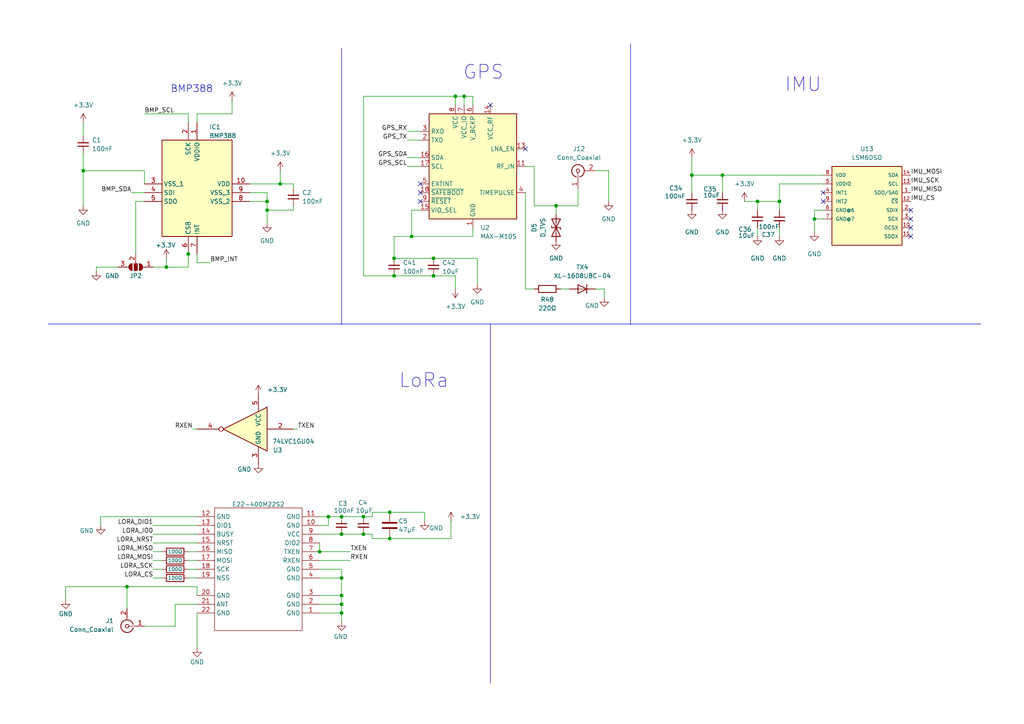
<source format=kicad_sch>
(kicad_sch (version 20250114) (generator "eeschema") (generator_version "9.0")
  (paper "A4")
  (lib_symbols
    (symbol "74xGxx:74LVC1GU04"
      (property "Reference" "U" (at -2.54 3.81 0))
      (property "Value" "74LVC1GU04" (at 0 -3.81 0))
      (symbol "74LVC1GU04_0_1"
        (polyline (pts (xy -7.62 6.35) (xy -7.62 -6.35) (xy 5.08 0) (xy -7.62 6.35)) (stroke (width 0.254)) (fill (type background)))
      )
      (symbol "74LVC1GU04_1_1"
        (pin input line (at -15.24 0 0) (length 7.62) (name "~") (number "2"))
        (pin no_connect line (at -7.62 2.54 0) (length 2.54) (hide yes) (name "NC") (number "1"))
        (pin power_in line (at -5.08 10.16 270) (length 5.08) (name "VCC") (number "5"))
        (pin power_in line (at -5.08 -10.16 90) (length 5.08) (name "GND") (number "3"))
        (pin output inverted (at 12.7 0 180) (length 7.62) (name "~") (number "4"))
      )
    )
    (symbol "BMP388:BMP388"
      (property "Reference" "IC" (at 26.67 17.78 0))
      (property "Value" "BMP388" (at 26.67 15.24 0))
      (symbol "BMP388_1_1"
        (rectangle (start 5.08 12.7) (end 25.4 -15.24) (stroke (width 0.254)) (fill (type background)))
        (pin passive line (at 0 0 0) (length 5.08) (name "VSS_1") (number "3"))
        (pin passive line (at 0 -2.54 0) (length 5.08) (name "SDI") (number "4"))
        (pin passive line (at 0 -5.08 0) (length 5.08) (name "SDO") (number "5"))
        (pin passive line (at 12.7 17.78 270) (length 5.08) (name "SCK") (number "2"))
        (pin passive line (at 12.7 -20.32 90) (length 5.08) (name "CSB") (number "6"))
        (pin passive line (at 15.24 17.78 270) (length 5.08) (name "VDDIO") (number "1"))
        (pin passive line (at 15.24 -20.32 90) (length 5.08) (name "INT") (number "7"))
        (pin passive line (at 30.48 0 180) (length 5.08) (name "VDD") (number "10"))
        (pin passive line (at 30.48 -2.54 180) (length 5.08) (name "VSS_3") (number "9"))
        (pin passive line (at 30.48 -5.08 180) (length 5.08) (name "VSS_2") (number "8"))
      )
    )
    (symbol "Connector:Conn_Coaxial" (pin_names (offset 1.016) (hide yes))
      (property "Reference" "J" (at 0.254 3.048 0))
      (property "Value" "Conn_Coaxial" (at 2.921 0 90))
      (symbol "Conn_Coaxial_0_1"
        (polyline (pts (xy -2.54 0) (xy -0.508 0)))
        (arc (start 1.778 0) (mid 0.222 -1.8079) (end -1.778 -0.508) (stroke (width 0.254)))
        (arc (start -1.778 0.508) (mid 0.2221 1.8084) (end 1.778 0) (stroke (width 0.254)))
        (circle (center 0 0) (radius 0.508) (stroke (width 0.2032)))
        (polyline (pts (xy 0 -2.54) (xy 0 -1.778)))
      )
      (symbol "Conn_Coaxial_1_1"
        (pin passive line (at -5.08 0 0) (length 2.54) (name "In") (number "1"))
        (pin passive line (at 0 -5.08 90) (length 2.54) (name "Ext") (number "2"))
      )
    )
    (symbol "Device:C" (pin_numbers (hide yes)) (pin_names (offset 0.254))
      (property "Reference" "C" (at 0.635 2.54 0))
      (property "Value" "C" (at 0.635 -2.54 0))
      (symbol "C_0_1"
        (polyline (pts (xy -2.032 0.762) (xy 2.032 0.762)) (stroke (width 0.508)))
        (polyline (pts (xy -2.032 -0.762) (xy 2.032 -0.762)) (stroke (width 0.508)))
      )
      (symbol "C_1_1"
        (pin passive line (at 0 3.81 270) (length 2.794) (name "~") (number "1"))
        (pin passive line (at 0 -3.81 90) (length 2.794) (name "~") (number "2"))
      )
    )
    (symbol "Device:C_Small" (pin_numbers (hide yes)) (pin_names (offset 0.254) (hide yes))
      (property "Reference" "C" (at 0.254 1.778 0))
      (property "Value" "C_Small" (at 0.254 -2.032 0))
      (symbol "C_Small_0_1"
        (polyline (pts (xy -1.524 0.508) (xy 1.524 0.508)) (stroke (width 0.3048)))
        (polyline (pts (xy -1.524 -0.508) (xy 1.524 -0.508)) (stroke (width 0.3302)))
      )
      (symbol "C_Small_1_1"
        (pin passive line (at 0 2.54 270) (length 2.032) (name "~") (number "1"))
        (pin passive line (at 0 -2.54 90) (length 2.032) (name "~") (number "2"))
      )
    )
    (symbol "Device:D_TVS" (pin_numbers (hide yes)) (pin_names (offset 1.016) (hide yes))
      (property "Reference" "D" (at 0 2.54 0))
      (property "Value" "D_TVS" (at 0 -2.54 0))
      (symbol "D_TVS_0_1"
        (polyline (pts (xy -2.54 1.27) (xy -2.54 -1.27) (xy 2.54 1.27) (xy 2.54 -1.27) (xy -2.54 1.27)) (stroke (width 0.254)))
        (polyline (pts (xy 0.508 1.27) (xy 0 1.27) (xy 0 -1.27) (xy -0.508 -1.27)) (stroke (width 0.254)))
        (polyline (pts (xy 1.27 0) (xy -1.27 0)))
      )
      (symbol "D_TVS_1_1"
        (pin passive line (at -3.81 0 0) (length 2.54) (name "A1") (number "1"))
        (pin passive line (at 3.81 0 180) (length 2.54) (name "A2") (number "2"))
      )
    )
    (symbol "Device:R" (pin_numbers (hide yes)) (pin_names (offset 0))
      (property "Reference" "R" (at 2.032 0 90))
      (property "Value" "R" (at 0 0 90))
      (symbol "R_0_1"
        (rectangle (start -1.016 -2.54) (end 1.016 2.54) (stroke (width 0.254)))
      )
      (symbol "R_1_1"
        (pin passive line (at 0 3.81 270) (length 1.27) (name "~") (number "1"))
        (pin passive line (at 0 -3.81 90) (length 1.27) (name "~") (number "2"))
      )
    )
    (symbol "Diode:1SS355VM" (pin_numbers (hide yes)) (pin_names (hide yes))
      (property "Reference" "D" (at 0 2.54 0))
      (property "Value" "1SS355VM" (at 0 -2.54 0))
      (symbol "1SS355VM_0_1"
        (polyline (pts (xy -1.27 1.27) (xy -1.27 -1.27)) (stroke (width 0.254)))
        (polyline (pts (xy 1.27 1.27) (xy 1.27 -1.27) (xy -1.27 0) (xy 1.27 1.27)) (stroke (width 0.254)))
        (polyline (pts (xy 1.27 0) (xy -1.27 0)))
      )
      (symbol "1SS355VM_1_1"
        (pin passive line (at -3.81 0 0) (length 2.54) (name "K") (number "1"))
        (pin passive line (at 3.81 0 180) (length 2.54) (name "A") (number "2"))
      )
    )
    (symbol "Jumper:SolderJumper_3_Open" (pin_names (offset 0) (hide yes)) (in_bom no)
      (property "Reference" "JP" (at -2.54 -2.54 0))
      (property "Value" "SolderJumper_3_Open" (at 0 2.794 0))
      (symbol "SolderJumper_3_Open_0_1"
        (polyline (pts (xy -2.54 0) (xy -2.032 0)))
        (polyline (pts (xy -1.016 1.016) (xy -1.016 -1.016)))
        (arc (start -1.016 -1.016) (mid -2.0276 0) (end -1.016 1.016))
        (arc (start -1.016 -1.016) (mid -2.0276 0) (end -1.016 1.016) (fill (type outline)))
        (rectangle (start -0.508 1.016) (end 0.508 -1.016) (fill (type outline)))
        (polyline (pts (xy 0 -1.27) (xy 0 -1.016)))
        (arc (start 1.016 1.016) (mid 2.0276 0) (end 1.016 -1.016))
        (arc (start 1.016 1.016) (mid 2.0276 0) (end 1.016 -1.016) (fill (type outline)))
        (polyline (pts (xy 1.016 1.016) (xy 1.016 -1.016)))
        (polyline (pts (xy 2.54 0) (xy 2.032 0)))
      )
      (symbol "SolderJumper_3_Open_1_1"
        (pin passive line (at -5.08 0 0) (length 2.54) (name "A") (number "1"))
        (pin passive line (at 0 -3.81 90) (length 2.54) (name "C") (number "2"))
        (pin passive line (at 5.08 0 180) (length 2.54) (name "B") (number "3"))
      )
    )
    (symbol "LSM6DSO:LSM6DSO" (pin_names (offset 1.016))
      (property "Reference" "U" (at -10.16 13.208 0))
      (symbol "LSM6DSO_0_0"
        (rectangle (start -10.16 -10.16) (end 10.16 12.7) (stroke (width 0.254)) (fill (type background)))
        (pin bidirectional line (at -12.7 10.16 0) (length 2.54) (name "VDD") (number "8"))
        (pin bidirectional line (at -12.7 7.62 0) (length 2.54) (name "VDDIO") (number "5"))
        (pin bidirectional line (at -12.7 5.08 0) (length 2.54) (name "INT1") (number "4"))
        (pin bidirectional line (at -12.7 2.54 0) (length 2.54) (name "INT2") (number "9"))
        (pin bidirectional line (at -12.7 0 0) (length 2.54) (name "GND@6") (number "6"))
        (pin bidirectional line (at -12.7 -2.54 0) (length 2.54) (name "GND@7") (number "7"))
        (pin bidirectional line (at 12.7 10.16 180) (length 2.54) (name "SDA") (number "14"))
        (pin bidirectional line (at 12.7 7.62 180) (length 2.54) (name "SCL") (number "13"))
        (pin bidirectional line (at 12.7 5.08 180) (length 2.54) (name "SDO/SA0") (number "1"))
        (pin bidirectional line (at 12.7 2.54 180) (length 2.54) (name "~{CS}") (number "12"))
        (pin bidirectional line (at 12.7 0 180) (length 2.54) (name "SDIX") (number "2"))
        (pin bidirectional line (at 12.7 -2.54 180) (length 2.54) (name "SCX") (number "3"))
        (pin bidirectional line (at 12.7 -5.08 180) (length 2.54) (name "OCSX") (number "10"))
        (pin bidirectional line (at 12.7 -7.62 180) (length 2.54) (name "SDOX") (number "11"))
      )
    )
    (symbol "My:E22-400M22S"
      (property "Reference" "U" (at 0 0 0))
      (symbol "E22-400M22S_0_1"
        (rectangle (start -12.7 17.78) (end 12.7 -17.78))
      )
      (symbol "E22-400M22S_1_1"
        (pin unspecified line (at -17.78 15.24 0) (length 5.08) (name "GND") (number "12"))
        (pin unspecified line (at -17.78 12.7 0) (length 5.08) (name "DIO1") (number "13"))
        (pin unspecified line (at -17.78 10.16 0) (length 5.08) (name "BUSY") (number "14"))
        (pin unspecified line (at -17.78 7.62 0) (length 5.08) (name "NRST") (number "15"))
        (pin unspecified line (at -17.78 5.08 0) (length 5.08) (name "MISO") (number "16"))
        (pin unspecified line (at -17.78 2.54 0) (length 5.08) (name "MOSI") (number "17"))
        (pin unspecified line (at -17.78 0 0) (length 5.08) (name "SCK") (number "18"))
        (pin unspecified line (at -17.78 -2.54 0) (length 5.08) (name "NSS") (number "19"))
        (pin unspecified line (at -17.78 -7.62 0) (length 5.08) (name "GND") (number "20"))
        (pin unspecified line (at -17.78 -10.16 0) (length 5.08) (name "ANT") (number "21"))
        (pin unspecified line (at -17.78 -12.7 0) (length 5.08) (name "GND") (number "22"))
        (pin unspecified line (at 17.78 15.24 180) (length 5.08) (name "GND") (number "11"))
        (pin unspecified line (at 17.78 12.7 180) (length 5.08) (name "GND") (number "10"))
        (pin unspecified line (at 17.78 10.16 180) (length 5.08) (name "VCC") (number "9"))
        (pin unspecified line (at 17.78 7.62 180) (length 5.08) (name "DIO2") (number "8"))
        (pin unspecified line (at 17.78 5.08 180) (length 5.08) (name "TXEN") (number "7"))
        (pin unspecified line (at 17.78 2.54 180) (length 5.08) (name "RXEN") (number "6"))
        (pin unspecified line (at 17.78 0 180) (length 5.08) (name "GND") (number "5"))
        (pin unspecified line (at 17.78 -2.54 180) (length 5.08) (name "GND") (number "4"))
        (pin unspecified line (at 17.78 -7.62 180) (length 5.08) (name "GND") (number "3"))
        (pin unspecified line (at 17.78 -10.16 180) (length 5.08) (name "GND") (number "2"))
        (pin unspecified line (at 17.78 -12.7 180) (length 5.08) (name "GND") (number "1"))
      )
    )
    (symbol "RF_GPS:MAX-M10S"
      (property "Reference" "U" (at -10.16 16.51 0))
      (property "Value" "MAX-M10S" (at 11.43 16.51 0))
      (symbol "MAX-M10S_0_1"
        (rectangle (start 12.7 15.24) (end -12.7 -15.24) (stroke (width 0.254)) (fill (type background)))
      )
      (symbol "MAX-M10S_1_1"
        (pin input line (at -15.24 10.16 0) (length 2.54) (name "RXD") (number "3"))
        (pin output line (at -15.24 7.62 0) (length 2.54) (name "TXD") (number "2"))
        (pin bidirectional line (at -15.24 2.54 0) (length 2.54) (name "SDA") (number "16"))
        (pin input line (at -15.24 0 0) (length 2.54) (name "SCL") (number "17"))
        (pin input line (at -15.24 -5.08 0) (length 2.54) (name "EXTINT") (number "5"))
        (pin input line (at -15.24 -7.62 0) (length 2.54) (name "~{SAFEBOOT}") (number "18"))
        (pin input line (at -15.24 -10.16 0) (length 2.54) (name "~{RESET}") (number "9"))
        (pin input line (at -15.24 -12.7 0) (length 2.54) (name "VIO_SEL") (number "15"))
        (pin power_in line (at -5.08 17.78 270) (length 2.54) (name "VCC") (number "8"))
        (pin power_in line (at -2.54 17.78 270) (length 2.54) (name "VCC_IO") (number "7"))
        (pin power_in line (at 0 17.78 270) (length 2.54) (name "V_BCKP") (number "6"))
        (pin power_in line (at 0 -17.78 90) (length 2.54) (name "GND") (number "1"))
        (pin passive line (at 0 -17.78 90) (length 2.54) (hide yes) (name "GND") (number "10"))
        (pin passive line (at 0 -17.78 90) (length 2.54) (hide yes) (name "GND") (number "12"))
        (pin power_out line (at 5.08 17.78 270) (length 2.54) (name "VCC_RF") (number "14"))
        (pin output line (at 15.24 5.08 180) (length 2.54) (name "LNA_EN") (number "13"))
        (pin input line (at 15.24 0 180) (length 2.54) (name "RF_IN") (number "11"))
        (pin output line (at 15.24 -7.62 180) (length 2.54) (name "TIMEPULSE") (number "4"))
      )
    )
    (symbol "power:+3.3V" (power) (pin_numbers (hide yes)) (pin_names (offset 0) (hide yes))
      (property "Value" "+3.3V" (at 0 3.556 0))
      (symbol "+3.3V_0_1"
        (polyline (pts (xy -0.762 1.27) (xy 0 2.54)))
        (polyline (pts (xy 0 2.54) (xy 0.762 1.27)))
        (polyline (pts (xy 0 0) (xy 0 2.54)))
      )
      (symbol "+3.3V_1_1"
        (pin power_in line (at 0 0 90) (length 0) (name "~") (number "1"))
      )
    )
    (symbol "power:GND" (power) (pin_numbers (hide yes)) (pin_names (offset 0) (hide yes))
      (property "Value" "GND" (at 0 -3.81 0))
      (symbol "GND_0_1"
        (polyline (pts (xy 0 0) (xy 0 -1.27) (xy 1.27 -1.27) (xy 0 -2.54) (xy -1.27 -1.27) (xy 0 -1.27)))
      )
      (symbol "GND_1_1"
        (pin power_in line (at 0 0 270) (length 0) (name "~") (number "1"))
      )
    )
  )
  (text "BMP388" (at 55.626 25.908 0) (effects (font (size 2.032 2.032))))
  (text "GPS" (at 140.208 21.082 0) (effects (font (size 4 4))))
  (text "IMU" (at 232.918 24.638 0) (effects (font (size 4 4))))
  (text "LoRa" (at 122.936 110.49 0) (effects (font (size 4 4))))
  (junction (at 226.06 58.42))
  (junction (at 99.06 175.26))
  (junction (at 113.03 148.59))
  (junction (at 48.26 77.47))
  (junction (at 132.08 27.94))
  (junction (at 119.38 68.58))
  (junction (at 114.3 74.93))
  (junction (at 77.47 60.96))
  (junction (at 105.41 149.86))
  (junction (at 125.73 80.01))
  (junction (at 99.06 172.72))
  (junction (at 134.62 27.94))
  (junction (at 92.71 160.02))
  (junction (at 209.55 50.8))
  (junction (at 105.41 154.94))
  (junction (at 99.06 177.8))
  (junction (at 125.73 74.93))
  (junction (at 54.61 73.66))
  (junction (at 99.06 149.86))
  (junction (at 36.83 170.18))
  (junction (at 81.28 53.34))
  (junction (at 24.13 49.53))
  (junction (at 161.29 59.69))
  (junction (at 95.25 149.86))
  (junction (at 77.47 58.42))
  (junction (at 219.71 58.42))
  (junction (at 99.06 154.94))
  (junction (at 113.03 156.21))
  (junction (at 200.66 50.8))
  (junction (at 99.06 167.64))
  (junction (at 114.3 80.01))
  (junction (at 236.22 63.5))
  (no_connect (at 264.16 63.5))
  (no_connect (at 121.92 53.34))
  (no_connect (at 152.4 43.18))
  (no_connect (at 264.16 60.96))
  (no_connect (at 264.16 66.04))
  (no_connect (at 121.92 58.42))
  (no_connect (at 142.24 30.48))
  (no_connect (at 121.92 55.88))
  (no_connect (at 238.76 55.88))
  (no_connect (at 264.16 68.58))
  (no_connect (at 238.76 58.42))
  (wire (pts (xy 39.37 73.66) (xy 39.37 58.42)))
  (wire (pts (xy 41.91 181.61) (xy 50.8 181.61)))
  (wire (pts (xy 107.95 148.59) (xy 113.03 148.59)))
  (wire (pts (xy 236.22 63.5) (xy 236.22 67.31)))
  (wire (pts (xy 92.71 160.02) (xy 101.6 160.02)))
  (wire (pts (xy 85.09 53.34) (xy 81.28 53.34)))
  (wire (pts (xy 152.4 83.82) (xy 154.94 83.82)))
  (wire (pts (xy 175.26 83.82) (xy 172.72 83.82)))
  (wire (pts (xy 130.81 156.21) (xy 113.03 156.21)))
  (wire (pts (xy 134.62 27.94) (xy 137.16 27.94)))
  (wire (pts (xy 238.76 60.96) (xy 236.22 60.96)))
  (polyline (pts (xy 99.06 93.98) (xy 99.06 13.97)))
  (wire (pts (xy 154.94 48.26) (xy 154.94 59.69)))
  (wire (pts (xy 99.06 167.64) (xy 99.06 172.72)))
  (wire (pts (xy 41.91 33.02) (xy 54.61 33.02)))
  (wire (pts (xy 99.06 149.86) (xy 105.41 149.86)))
  (wire (pts (xy 114.3 74.93) (xy 114.3 68.58)))
  (wire (pts (xy 219.71 58.42) (xy 215.9 58.42)))
  (wire (pts (xy 105.41 149.86) (xy 107.95 149.86)))
  (wire (pts (xy 54.61 33.02) (xy 54.61 35.56)))
  (wire (pts (xy 34.29 77.47) (xy 27.94 77.47)))
  (wire (pts (xy 50.8 175.26) (xy 57.15 175.26)))
  (wire (pts (xy 92.71 149.86) (xy 95.25 149.86)))
  (wire (pts (xy 209.55 50.8) (xy 238.76 50.8)))
  (wire (pts (xy 57.15 73.66) (xy 57.15 76.2)))
  (wire (pts (xy 36.83 170.18) (xy 36.83 176.53)))
  (polyline (pts (xy 142.24 198.12) (xy 142.24 93.98)))
  (wire (pts (xy 167.64 54.61) (xy 167.64 59.69)))
  (wire (pts (xy 99.06 172.72) (xy 99.06 175.26)))
  (wire (pts (xy 57.15 33.02) (xy 67.31 33.02)))
  (wire (pts (xy 24.13 44.45) (xy 24.13 49.53)))
  (wire (pts (xy 121.92 60.96) (xy 119.38 60.96)))
  (wire (pts (xy 152.4 55.88) (xy 152.4 83.82)))
  (wire (pts (xy 24.13 59.69) (xy 24.13 49.53)))
  (wire (pts (xy 19.05 170.18) (xy 19.05 173.99)))
  (wire (pts (xy 39.37 58.42) (xy 41.91 58.42)))
  (wire (pts (xy 24.13 49.53) (xy 41.91 49.53)))
  (wire (pts (xy 67.31 33.02) (xy 67.31 29.21)))
  (wire (pts (xy 54.61 162.56) (xy 57.15 162.56)))
  (wire (pts (xy 125.73 74.93) (xy 138.43 74.93)))
  (wire (pts (xy 57.15 35.56) (xy 57.15 33.02)))
  (wire (pts (xy 54.61 160.02) (xy 57.15 160.02)))
  (wire (pts (xy 134.62 27.94) (xy 134.62 30.48)))
  (wire (pts (xy 99.06 154.94) (xy 105.41 154.94)))
  (wire (pts (xy 132.08 27.94) (xy 132.08 30.48)))
  (wire (pts (xy 118.11 48.26) (xy 121.92 48.26)))
  (wire (pts (xy 44.45 162.56) (xy 46.99 162.56)))
  (wire (pts (xy 44.45 165.1) (xy 46.99 165.1)))
  (wire (pts (xy 107.95 154.94) (xy 107.95 156.21)))
  (wire (pts (xy 219.71 66.04) (xy 219.71 68.58)))
  (polyline (pts (xy 284.48 93.98) (xy 182.88 93.98)))
  (wire (pts (xy 175.26 86.36) (xy 175.26 83.82)))
  (wire (pts (xy 118.11 38.1) (xy 121.92 38.1)))
  (wire (pts (xy 238.76 53.34) (xy 226.06 53.34)))
  (wire (pts (xy 38.1 55.88) (xy 41.91 55.88)))
  (wire (pts (xy 95.25 149.86) (xy 99.06 149.86)))
  (wire (pts (xy 118.11 40.64) (xy 121.92 40.64)))
  (wire (pts (xy 85.09 124.46) (xy 86.36 124.46)))
  (wire (pts (xy 72.39 53.34) (xy 81.28 53.34)))
  (wire (pts (xy 81.28 49.53) (xy 81.28 53.34)))
  (wire (pts (xy 118.11 45.72) (xy 121.92 45.72)))
  (wire (pts (xy 132.08 80.01) (xy 132.08 83.82)))
  (wire (pts (xy 200.66 50.8) (xy 209.55 50.8)))
  (wire (pts (xy 119.38 60.96) (xy 119.38 68.58)))
  (wire (pts (xy 113.03 148.59) (xy 123.19 148.59)))
  (wire (pts (xy 57.15 172.72) (xy 57.15 170.18)))
  (wire (pts (xy 161.29 59.69) (xy 167.64 59.69)))
  (wire (pts (xy 54.61 165.1) (xy 57.15 165.1)))
  (wire (pts (xy 114.3 80.01) (xy 125.73 80.01)))
  (wire (pts (xy 77.47 58.42) (xy 77.47 60.96)))
  (wire (pts (xy 85.09 54.61) (xy 85.09 53.34)))
  (wire (pts (xy 57.15 149.86) (xy 29.21 149.86)))
  (wire (pts (xy 176.53 49.53) (xy 176.53 58.42)))
  (wire (pts (xy 105.41 80.01) (xy 114.3 80.01)))
  (wire (pts (xy 99.06 175.26) (xy 99.06 177.8)))
  (wire (pts (xy 165.1 83.82) (xy 162.56 83.82)))
  (wire (pts (xy 226.06 66.04) (xy 226.06 68.58)))
  (wire (pts (xy 92.71 152.4) (xy 95.25 152.4)))
  (wire (pts (xy 200.66 45.72) (xy 200.66 50.8)))
  (wire (pts (xy 92.71 157.48) (xy 92.71 160.02)))
  (wire (pts (xy 57.15 76.2) (xy 60.96 76.2)))
  (wire (pts (xy 44.45 154.94) (xy 57.15 154.94)))
  (wire (pts (xy 92.71 172.72) (xy 99.06 172.72)))
  (wire (pts (xy 54.61 167.64) (xy 57.15 167.64)))
  (wire (pts (xy 137.16 27.94) (xy 137.16 30.48)))
  (wire (pts (xy 24.13 35.56) (xy 24.13 39.37)))
  (wire (pts (xy 132.08 27.94) (xy 134.62 27.94)))
  (wire (pts (xy 48.26 74.93) (xy 48.26 77.47)))
  (wire (pts (xy 92.71 162.56) (xy 101.6 162.56)))
  (wire (pts (xy 107.95 149.86) (xy 107.95 148.59)))
  (wire (pts (xy 44.45 77.47) (xy 48.26 77.47)))
  (wire (pts (xy 107.95 156.21) (xy 113.03 156.21)))
  (wire (pts (xy 219.71 58.42) (xy 219.71 60.96)))
  (wire (pts (xy 72.39 58.42) (xy 77.47 58.42)))
  (wire (pts (xy 72.39 55.88) (xy 77.47 55.88)))
  (wire (pts (xy 41.91 49.53) (xy 41.91 53.34)))
  (wire (pts (xy 154.94 59.69) (xy 161.29 59.69)))
  (wire (pts (xy 137.16 68.58) (xy 137.16 66.04)))
  (wire (pts (xy 77.47 58.42) (xy 77.47 55.88)))
  (wire (pts (xy 236.22 63.5) (xy 238.76 63.5)))
  (polyline (pts (xy 99.06 93.98) (xy 13.97 93.98)))
  (wire (pts (xy 209.55 50.8) (xy 209.55 55.88)))
  (wire (pts (xy 92.71 165.1) (xy 99.06 165.1)))
  (wire (pts (xy 85.09 60.96) (xy 77.47 60.96)))
  (wire (pts (xy 44.45 160.02) (xy 46.99 160.02)))
  (wire (pts (xy 92.71 177.8) (xy 99.06 177.8)))
  (wire (pts (xy 172.72 49.53) (xy 176.53 49.53)))
  (wire (pts (xy 85.09 60.96) (xy 85.09 59.69)))
  (wire (pts (xy 55.88 124.46) (xy 57.15 124.46)))
  (wire (pts (xy 77.47 60.96) (xy 77.47 64.77)))
  (wire (pts (xy 99.06 177.8) (xy 99.06 180.34)))
  (wire (pts (xy 105.41 154.94) (xy 107.95 154.94)))
  (wire (pts (xy 105.41 27.94) (xy 105.41 80.01)))
  (wire (pts (xy 130.81 151.13) (xy 130.81 156.21)))
  (wire (pts (xy 105.41 27.94) (xy 132.08 27.94)))
  (wire (pts (xy 114.3 74.93) (xy 125.73 74.93)))
  (wire (pts (xy 226.06 53.34) (xy 226.06 58.42)))
  (wire (pts (xy 200.66 50.8) (xy 200.66 55.88)))
  (polyline (pts (xy 142.24 93.98) (xy 99.06 93.98)))
  (wire (pts (xy 152.4 48.26) (xy 154.94 48.26)))
  (wire (pts (xy 19.05 170.18) (xy 36.83 170.18)))
  (polyline (pts (xy 182.88 93.98) (xy 182.88 12.7)))
  (wire (pts (xy 92.71 175.26) (xy 99.06 175.26)))
  (wire (pts (xy 95.25 152.4) (xy 95.25 149.86)))
  (wire (pts (xy 123.19 148.59) (xy 123.19 151.13)))
  (wire (pts (xy 50.8 175.26) (xy 50.8 181.61)))
  (wire (pts (xy 161.29 59.69) (xy 161.29 62.23)))
  (wire (pts (xy 226.06 58.42) (xy 226.06 60.96)))
  (wire (pts (xy 44.45 167.64) (xy 46.99 167.64)))
  (wire (pts (xy 48.26 77.47) (xy 54.61 77.47)))
  (wire (pts (xy 44.45 157.48) (xy 57.15 157.48)))
  (polyline (pts (xy 182.88 93.98) (xy 142.24 93.98)))
  (wire (pts (xy 54.61 71.12) (xy 54.61 73.66)))
  (wire (pts (xy 226.06 58.42) (xy 219.71 58.42)))
  (wire (pts (xy 29.21 152.4) (xy 29.21 149.86)))
  (wire (pts (xy 99.06 165.1) (xy 99.06 167.64)))
  (wire (pts (xy 125.73 80.01) (xy 132.08 80.01)))
  (wire (pts (xy 54.61 73.66) (xy 54.61 77.47)))
  (wire (pts (xy 236.22 60.96) (xy 236.22 63.5)))
  (wire (pts (xy 36.83 170.18) (xy 57.15 170.18)))
  (wire (pts (xy 138.43 74.93) (xy 138.43 82.55)))
  (wire (pts (xy 114.3 68.58) (xy 119.38 68.58)))
  (wire (pts (xy 119.38 68.58) (xy 137.16 68.58)))
  (wire (pts (xy 57.15 177.8) (xy 57.15 187.96)))
  (wire (pts (xy 92.71 167.64) (xy 99.06 167.64)))
  (wire (pts (xy 92.71 154.94) (xy 99.06 154.94)))
  (wire (pts (xy 44.45 152.4) (xy 57.15 152.4)))
  (wire (pts (xy 27.94 78.74) (xy 27.94 77.47)))
  (label "LORA_CS" (at 44.45 167.64 180))
  (label "IMU_CS" (at 264.16 58.42 0))
  (label "LORA_DIO1" (at 44.45 152.4 180))
  (label "BMP_SDA" (at 38.1 55.88 180))
  (label "LORA_SCK" (at 44.45 165.1 180))
  (label "GPS_SDA" (at 118.11 45.72 180))
  (label "RXEN" (at 101.6 162.56 0))
  (label "BMP_INT" (at 60.96 76.2 0))
  (label "TXEN" (at 86.36 124.46 0))
  (label "BMP_SCL" (at 41.91 33.02 0))
  (label "IMU_MOSI" (at 264.16 50.8 0))
  (label "GPS_RX" (at 118.11 38.1 180))
  (label "GPS_SCL" (at 118.11 48.26 180))
  (label "RXEN" (at 55.88 124.46 180))
  (label "IMU_MISO" (at 264.16 55.88 0))
  (label "LORA_MOSI" (at 44.45 162.56 180))
  (label "IMU_SCK" (at 264.16 53.34 0))
  (label "LORA_MISO" (at 44.45 160.02 180))
  (label "LORA_IO0" (at 44.45 154.94 180))
  (label "LORA_NRST" (at 44.45 157.48 180))
  (label "TXEN" (at 101.6 160.02 0))
  (label "GPS_TX" (at 118.11 40.64 180))
  (symbol (lib_id "Connector:Conn_Coaxial") (at 36.83 181.61 180) (unit 1)
    (property "Reference" "J1" (at 33.02 180.0467 0) (effects (justify left)))
    (property "Value" "Conn_Coaxial" (at 33.02 182.5867 0) (effects (justify left)))
    (property "Footprint" "Connector_Coaxial:SMA_Molex_73251-2200_Horizontal" (effects (hide yes)))
    (property "Description" "coaxial connector (BNC, SMA, SMB, SMC, Cinch/RCA, LEMO, ...)" (effects (hide yes)))
  )
  (symbol (lib_id "power:GND") (at 219.71 68.58 0) (unit 1)
    (property "Reference" "#PWR0119" (effects (hide yes)))
    (property "Value" "GND" (at 219.71 74.93 0))
    (property "Description" "Power symbol creates a global label with name \"GND\" , ground" (effects (hide yes)))
  )
  (symbol (lib_id "power:GND") (at 161.29 69.85 0) (unit 1)
    (property "Reference" "#PWR091" (effects (hide yes)))
    (property "Value" "GND" (at 161.29 74.93 0))
    (property "Description" "Power symbol creates a global label with name \"GND\" , ground" (effects (hide yes)))
  )
  (symbol (lib_id "power:GND") (at 27.94 78.74 0) (unit 1)
    (property "Reference" "#PWR03" (effects (hide yes)))
    (property "Value" "GND" (at 30.48 80.0099 0) (effects (justify left)))
    (property "Description" "Power symbol creates a global label with name \"GND\" , ground" (effects (hide yes)))
  )
  (symbol (lib_id "Jumper:SolderJumper_3_Open") (at 39.37 77.47 180) (unit 1) (in_bom no)
    (property "Reference" "JP2" (at 39.37 80.01 0))
    (property "Value" "SolderJumper_3_Open" (effects (hide yes)))
    (property "Footprint" "Jumper:SolderJumper-3_P1.3mm_Open_Pad1.0x1.5mm" (effects (hide yes)))
    (property "Description" "Solder Jumper, 3-pole, open" (effects (hide yes)))
  )
  (symbol (lib_id "Device:C") (at 113.03 152.4 0) (unit 1)
    (property "Reference" "C5" (at 115.57 151.13 0) (effects (justify left)))
    (property "Value" "47 µF" (at 115.57 153.67 0) (effects (justify left)))
    (property "Footprint" "Capacitor_SMD:C_1206_3216Metric" (effects (hide yes)))
    (property "Description" "Unpolarized capacitor" (effects (hide yes)))
  )
  (symbol (lib_id "Device:R") (at 50.8 165.1 90) (unit 1)
    (property "Reference" "R3" (effects (hide yes)))
    (property "Value" "100Ω" (at 50.8 165.1 90) (effects (font (size 1.016 1.016))))
    (property "Footprint" "Resistor_SMD:R_0402_1005Metric" (effects (hide yes)))
    (property "Description" "Resistor" (effects (hide yes)))
  )
  (symbol (lib_id "Device:R") (at 50.8 162.56 90) (unit 1)
    (property "Reference" "R2" (effects (hide yes)))
    (property "Value" "100Ω" (at 50.8 162.56 90) (effects (font (size 1.016 1.016))))
    (property "Footprint" "Resistor_SMD:R_0402_1005Metric" (effects (hide yes)))
    (property "Description" "Resistor" (effects (hide yes)))
  )
  (symbol (lib_id "Device:C_Small") (at 114.3 77.47 180) (unit 1)
    (property "Reference" "C41" (at 116.84 76.1935 0) (effects (justify right)))
    (property "Value" "100nF" (at 116.84 78.7335 0) (effects (justify right)))
    (property "Footprint" "Capacitor_SMD:C_0402_1005Metric" (effects (hide yes)))
    (property "Description" "Unpolarized capacitor, small symbol" (effects (hide yes)))
  )
  (symbol (lib_id "Connector:Conn_Coaxial") (at 167.64 49.53 90) (unit 1)
    (property "Reference" "J12" (at 167.9332 43.18 90))
    (property "Value" "Conn_Coaxial" (at 167.9332 45.72 90))
    (property "Footprint" "Connector_Coaxial:SMA_Molex_73251-2200_Horizontal" (effects (hide yes)))
    (property "Description" "coaxial connector (BNC, SMA, SMB, SMC, Cinch/RCA, LEMO, ...)" (effects (hide yes)))
  )
  (symbol (lib_id "BMP388:BMP388") (at 41.91 53.34 0) (unit 1)
    (property "Reference" "IC1" (at 60.706 36.83 0) (effects (justify left)))
    (property "Value" "BMP388" (at 60.706 39.37 0) (effects (justify left)))
    (property "Footprint" "BMP388" (effects (hide yes)))
    (property "Datasheet" "https://ae-bst.resource.bosch.com/media/_tech/media/datasheets/BST-BMP388-DS001.pdf" (effects (hide yes)))
    (property "Description" "Board Mount Pressure Sensors MEMS Absolute Barometric Pressure Sensor" (effects (hide yes)))
    (property "Height" "0.8" (effects (hide yes)))
    (property "Manufacturer_Name" "BOSCH" (effects (hide yes)))
    (property "Manufacturer_Part_Number" "BMP388" (effects (hide yes)))
  )
  (symbol (lib_id "power:GND") (at 29.21 152.4 0) (unit 1)
    (property "Reference" "#PWR09" (effects (hide yes)))
    (property "Value" "GND" (at 23.114 153.924 0) (effects (justify left)))
    (property "Description" "Power symbol creates a global label with name \"GND\" , ground" (effects (hide yes)))
  )
  (symbol (lib_id "Device:C_Small") (at 226.06 63.5 0) (unit 1)
    (property "Reference" "C37" (at 224.79 68.072 0) (effects (justify right)))
    (property "Value" "100nF" (at 226.06 65.786 0) (effects (justify right)))
    (property "Footprint" "Capacitor_SMD:C_0402_1005Metric" (effects (hide yes)))
    (property "Description" "Unpolarized capacitor, small symbol" (effects (hide yes)))
    (property "MPN" "C0402C104K4RAC7411" (effects (hide yes)))
    (property "Manufacturer" "KEMET" (effects (hide yes)))
  )
  (symbol (lib_id "power:+3.3V") (at 200.66 45.72 0) (unit 1)
    (property "Reference" "#PWR0115" (effects (hide yes)))
    (property "Value" "+3.3V" (at 200.66 40.64 0))
    (property "Description" "Power symbol creates a global label with name \"+3.3V\"" (effects (hide yes)))
  )
  (symbol (lib_id "power:GND") (at 77.47 64.77 0) (unit 1)
    (property "Reference" "#PWR06" (effects (hide yes)))
    (property "Value" "GND" (at 77.47 69.85 0))
    (property "Description" "Power symbol creates a global label with name \"GND\" , ground" (effects (hide yes)))
  )
  (symbol (lib_id "Device:C_Small") (at 85.09 57.15 180) (unit 1)
    (property "Reference" "C2" (at 87.63 55.8735 0) (effects (justify right)))
    (property "Value" "100nF" (at 87.63 58.4135 0) (effects (justify right)))
    (property "Footprint" "Capacitor_SMD:C_0402_1005Metric" (effects (hide yes)))
    (property "Description" "Unpolarized capacitor, small symbol" (effects (hide yes)))
  )
  (symbol (lib_id "Device:C_Small") (at 219.71 63.5 180) (unit 1)
    (property "Reference" "C36" (at 214.122 66.548 0) (effects (justify right)))
    (property "Value" "10uF" (at 214.122 68.326 0) (effects (justify right)))
    (property "Footprint" "Capacitor_SMD:C_0402_1005Metric" (effects (hide yes)))
    (property "Description" "Unpolarized capacitor, small symbol" (effects (hide yes)))
    (property "MPN" "C0402C106M9PACTU" (effects (hide yes)))
    (property "Manufacturer" "KEMET" (effects (hide yes)))
  )
  (symbol (lib_id "My:E22-400M22S") (at 74.93 165.1 0) (unit 1)
    (property "Reference" "E22-400M22S2" (at 74.93 146.304 0))
    (property "Footprint" "E22-400M22S:E22-400M22S" (effects (hide yes)))
  )
  (symbol (lib_id "power:GND") (at 175.26 86.36 0) (unit 1)
    (property "Reference" "#PWR092" (effects (hide yes)))
    (property "Value" "GND" (at 169.672 88.646 0) (effects (justify left)))
    (property "Description" "Power symbol creates a global label with name \"GND\" , ground" (effects (hide yes)))
  )
  (symbol (lib_id "Device:R") (at 50.8 160.02 90) (unit 1)
    (property "Reference" "R1" (effects (hide yes)))
    (property "Value" "100Ω" (at 50.8 160.02 90) (effects (font (size 1.016 1.016))))
    (property "Footprint" "Resistor_SMD:R_0402_1005Metric" (effects (hide yes)))
    (property "Description" "Resistor" (effects (hide yes)))
  )
  (symbol (lib_id "Device:C_Small") (at 24.13 41.91 180) (unit 1)
    (property "Reference" "C1" (at 26.67 40.6335 0) (effects (justify right)))
    (property "Value" "100nF" (at 26.67 43.1735 0) (effects (justify right)))
    (property "Footprint" "Capacitor_SMD:C_0402_1005Metric" (effects (hide yes)))
    (property "Description" "Unpolarized capacitor, small symbol" (effects (hide yes)))
  )
  (symbol (lib_id "power:+3.3V") (at 74.93 114.3 0) (unit 1)
    (property "Reference" "#PWR010" (effects (hide yes)))
    (property "Value" "+3.3V" (at 77.47 113.0299 0) (effects (justify left)))
    (property "Description" "Power symbol creates a global label with name \"+3.3V\"" (effects (hide yes)))
  )
  (symbol (lib_id "power:+3.3V") (at 215.9 58.42 0) (unit 1)
    (property "Reference" "#PWR0118" (effects (hide yes)))
    (property "Value" "+3.3V" (at 215.9 53.34 0))
    (property "Description" "Power symbol creates a global label with name \"+3.3V\"" (effects (hide yes)))
  )
  (symbol (lib_id "power:GND") (at 236.22 67.31 0) (unit 1)
    (property "Reference" "#PWR0115" (effects (hide yes)))
    (property "Value" "GND" (at 236.22 73.66 0))
    (property "Description" "Power symbol creates a global label with name \"GND\" , ground" (effects (hide yes)))
  )
  (symbol (lib_id "Diode:1SS355VM") (at 168.91 83.82 180) (unit 1)
    (property "Reference" "TX4" (at 168.91 77.47 0))
    (property "Value" "XL-1608UBC-04" (at 168.91 80.01 0))
    (property "Footprint" "LED_SMD:LED_0603_1608Metric" (effects (hide yes)))
    (property "Datasheet" "https://fscdn.rohm.com/en/products/databook/datasheet/discrete/diode/switching/1ss355vmte-17-e.pdf" (effects (hide yes)))
    (property "Description" "90V 0.1A high speed switching Diode, SOD-323F" (effects (hide yes)))
    (property "Sim.Device" "D" (effects (hide yes)))
    (property "Sim.Pins" "1=K 2=A" (effects (hide yes)))
  )
  (symbol (lib_id "power:+3.3V") (at 48.26 74.93 0) (unit 1)
    (property "Reference" "#PWR04" (effects (hide yes)))
    (property "Value" "+3.3V" (at 48.006 71.12 0))
    (property "Description" "Power symbol creates a global label with name \"+3.3V\"" (effects (hide yes)))
  )
  (symbol (lib_id "Device:R") (at 158.75 83.82 270) (unit 1)
    (property "Reference" "R48" (at 158.75 86.868 90))
    (property "Value" "220Ω" (at 158.75 89.408 90))
    (property "Footprint" "Resistor_SMD:R_0402_1005Metric" (effects (hide yes)))
    (property "Description" "Resistor" (effects (hide yes)))
  )
  (symbol (lib_id "power:GND") (at 226.06 68.58 0) (unit 1)
    (property "Reference" "#PWR0120" (effects (hide yes)))
    (property "Value" "GND" (at 226.06 74.93 0))
    (property "Description" "Power symbol creates a global label with name \"GND\" , ground" (effects (hide yes)))
  )
  (symbol (lib_id "power:+3.3V") (at 130.81 151.13 0) (unit 1)
    (property "Reference" "#PWR017" (effects (hide yes)))
    (property "Value" "+3.3V" (at 133.35 149.8599 0) (effects (justify left)))
    (property "Description" "Power symbol creates a global label with name \"+3.3V\"" (effects (hide yes)))
  )
  (symbol (lib_id "power:GND") (at 138.43 82.55 0) (unit 1)
    (property "Reference" "#PWR083" (effects (hide yes)))
    (property "Value" "GND" (at 138.43 87.63 0))
    (property "Description" "Power symbol creates a global label with name \"GND\" , ground" (effects (hide yes)))
  )
  (symbol (lib_id "74xGxx:74LVC1GU04") (at 69.85 124.46 0) (mirror y) (unit 1)
    (property "Reference" "U3" (at 80.518 130.556 0))
    (property "Value" "74LVC1GU04" (at 85.09 128.016 0))
    (property "Datasheet" "http://www.ti.com/lit/sg/scyt129e/scyt129e.pdf" (effects (hide yes)))
    (property "Description" "74LVC1G04, Single NOT Gate, Low-Voltage CMOS" (effects (hide yes)))
  )
  (symbol (lib_id "power:GND") (at 209.55 60.96 0) (unit 1)
    (property "Reference" "#PWR0117" (effects (hide yes)))
    (property "Value" "GND" (at 209.55 67.31 0))
    (property "Description" "Power symbol creates a global label with name \"GND\" , ground" (effects (hide yes)))
  )
  (symbol (lib_id "power:GND") (at 123.19 151.13 0) (unit 1)
    (property "Reference" "#PWR016" (effects (hide yes)))
    (property "Value" "GND" (at 128.524 153.162 0) (effects (justify right)))
    (property "Description" "Power symbol creates a global label with name \"GND\" , ground" (effects (hide yes)))
  )
  (symbol (lib_id "LSM6DSO:LSM6DSO") (at 251.46 60.96 0) (unit 1)
    (property "Reference" "U13" (at 251.46 43.18 0))
    (property "Value" "LSM6DSO" (at 251.46 45.72 0))
    (property "Footprint" "LSM6DSO:LGA14L" (effects (hide yes)))
    (property "MF" "STMicroelectronics" (effects (hide yes)))
    (property "Description_1" "SPARKFUN 6 DEGREES OF FREEDOM BR" (effects (hide yes)))
    (property "Package" "VFLGA-14 STMicroelectronics" (effects (hide yes)))
    (property "Price" "None" (effects (hide yes)))
    (property "Check_prices" "https://www.snapeda.com/parts/LSM6DSO/STMicroelectronics/view-part/?ref=eda" (effects (hide yes)))
    (property "VALUE" "LSM6DS0" (effects (hide yes)))
    (property "SnapEDA_Link" "https://www.snapeda.com/parts/LSM6DSO/STMicroelectronics/view-part/?ref=snap" (effects (hide yes)))
    (property "PROD_ID" "IC-15837" (effects (hide yes)))
    (property "Availability" "Not in stock" (effects (hide yes)))
    (property "MP" "LSM6DSO" (effects (hide yes)))
    (property "MPN" "LSM6DSOTR" (effects (hide yes)))
    (property "Manufacturer" "STMicroelectronics" (effects (hide yes)))
  )
  (symbol (lib_id "power:+3.3V") (at 67.31 29.21 0) (unit 1)
    (property "Reference" "#PWR05" (effects (hide yes)))
    (property "Value" "+3.3V" (at 67.31 24.13 0))
    (property "Description" "Power symbol creates a global label with name \"+3.3V\"" (effects (hide yes)))
  )
  (symbol (lib_id "Device:C_Small") (at 209.55 58.42 180) (unit 1)
    (property "Reference" "C35" (at 203.962 54.864 0) (effects (justify right)))
    (property "Value" "10uF" (at 203.962 56.642 0) (effects (justify right)))
    (property "Footprint" "Capacitor_SMD:C_0402_1005Metric" (effects (hide yes)))
    (property "Description" "Unpolarized capacitor, small symbol" (effects (hide yes)))
    (property "MPN" "C0402C106M9PACTU" (effects (hide yes)))
    (property "Manufacturer" "KEMET" (effects (hide yes)))
  )
  (symbol (lib_id "Device:D_TVS") (at 161.29 66.04 90) (unit 1)
    (property "Reference" "D5" (at 154.94 66.04 0))
    (property "Value" "D_TVS" (at 157.48 66.04 0))
    (property "Footprint" "Diode_SMD:D_SOD-523" (effects (hide yes)))
    (property "Description" "Bidirectional transient-voltage-suppression diode" (effects (hide yes)))
  )
  (symbol (lib_id "power:+3.3V") (at 24.13 35.56 0) (unit 1)
    (property "Reference" "#PWR01" (effects (hide yes)))
    (property "Value" "+3.3V" (at 24.13 30.48 0))
    (property "Description" "Power symbol creates a global label with name \"+3.3V\"" (effects (hide yes)))
  )
  (symbol (lib_id "Device:C_Small") (at 105.41 152.4 0) (unit 1)
    (property "Reference" "C4" (at 103.886 145.796 0) (effects (justify left)))
    (property "Value" "10µF" (at 103.124 148.082 0) (effects (justify left)))
    (property "Footprint" "Capacitor_SMD:C_0402_1005Metric" (effects (hide yes)))
    (property "Description" "Unpolarized capacitor, small symbol" (effects (hide yes)))
  )
  (symbol (lib_id "power:GND") (at 57.15 187.96 0) (unit 1)
    (property "Reference" "#PWR012" (effects (hide yes)))
    (property "Value" "GND" (at 55.118 192.024 0) (effects (justify left)))
    (property "Description" "Power symbol creates a global label with name \"GND\" , ground" (effects (hide yes)))
  )
  (symbol (lib_id "Device:C_Small") (at 99.06 152.4 0) (unit 1)
    (property "Reference" "C3" (at 98.044 146.05 0) (effects (justify left)))
    (property "Value" "100nF" (at 96.774 148.082 0) (effects (justify left)))
    (property "Footprint" "Capacitor_SMD:C_0402_1005Metric" (effects (hide yes)))
    (property "Description" "Unpolarized capacitor, small symbol" (effects (hide yes)))
  )
  (symbol (lib_id "power:+3.3V") (at 132.08 83.82 180) (unit 1)
    (property "Reference" "#PWR082" (effects (hide yes)))
    (property "Value" "+3.3V" (at 132.08 88.9 0))
    (property "Description" "Power symbol creates a global label with name \"+3.3V\"" (effects (hide yes)))
  )
  (symbol (lib_id "power:GND") (at 99.06 180.34 0) (unit 1)
    (property "Reference" "#PWR013" (effects (hide yes)))
    (property "Value" "GND" (at 98.806 184.658 0))
    (property "Description" "Power symbol creates a global label with name \"GND\" , ground" (effects (hide yes)))
  )
  (symbol (lib_id "Device:R") (at 50.8 167.64 90) (unit 1)
    (property "Reference" "R4" (effects (hide yes)))
    (property "Value" "100Ω" (at 50.8 167.64 90) (effects (font (size 1.016 1.016))))
    (property "Footprint" "Resistor_SMD:R_0402_1005Metric" (effects (hide yes)))
    (property "Description" "Resistor" (effects (hide yes)))
  )
  (symbol (lib_id "RF_GPS:MAX-M10S") (at 137.16 48.26 0) (unit 1)
    (property "Reference" "U2" (at 139.3033 66.04 0) (effects (justify left)))
    (property "Value" "MAX-M10S" (at 139.3033 68.58 0) (effects (justify left)))
    (property "Footprint" "MAX-M10S:MAXM10M00B" (effects (hide yes)))
    (property "Datasheet" "https://content.u-blox.com/sites/default/files/MAX-M10S_DataSheet_UBX-20035208.pdf" (effects (hide yes)))
    (property "Description" "GNSS Module MAX M10, VCC 1.65V to 3.6V" (effects (hide yes)))
  )
  (symbol (lib_id "power:GND") (at 176.53 58.42 0) (unit 1)
    (property "Reference" "#PWR089" (effects (hide yes)))
    (property "Value" "GND" (at 176.53 63.5 0))
    (property "Description" "Power symbol creates a global label with name \"GND\" , ground" (effects (hide yes)))
  )
  (symbol (lib_id "power:GND") (at 19.05 173.99 0) (unit 1)
    (property "Reference" "#PWR08" (effects (hide yes)))
    (property "Value" "GND" (at 17.018 178.054 0) (effects (justify left)))
    (property "Description" "Power symbol creates a global label with name \"GND\" , ground" (effects (hide yes)))
  )
  (symbol (lib_id "Device:C_Small") (at 200.66 58.42 180) (unit 1)
    (property "Reference" "C34" (at 194.056 54.61 0) (effects (justify right)))
    (property "Value" "100nF" (at 192.786 56.896 0) (effects (justify right)))
    (property "Footprint" "Capacitor_SMD:C_0402_1005Metric" (effects (hide yes)))
    (property "Description" "Unpolarized capacitor, small symbol" (effects (hide yes)))
    (property "MPN" "C0402C104K4RAC7411" (effects (hide yes)))
    (property "Manufacturer" "KEMET" (effects (hide yes)))
  )
  (symbol (lib_id "power:+3.3V") (at 81.28 49.53 0) (unit 1)
    (property "Reference" "#PWR07" (effects (hide yes)))
    (property "Value" "+3.3V" (at 81.28 44.45 0))
    (property "Description" "Power symbol creates a global label with name \"+3.3V\"" (effects (hide yes)))
  )
  (symbol (lib_id "power:GND") (at 200.66 60.96 0) (unit 1)
    (property "Reference" "#PWR0116" (effects (hide yes)))
    (property "Value" "GND" (at 200.66 67.31 0))
    (property "Description" "Power symbol creates a global label with name \"GND\" , ground" (effects (hide yes)))
  )
  (symbol (lib_id "Device:C_Small") (at 125.73 77.47 180) (unit 1)
    (property "Reference" "C42" (at 128.27 76.1935 0) (effects (justify right)))
    (property "Value" "10uF" (at 128.27 78.7335 0) (effects (justify right)))
    (property "Footprint" "Capacitor_SMD:C_0603_1608Metric" (effects (hide yes)))
    (property "Description" "Unpolarized capacitor, small symbol" (effects (hide yes)))
  )
  (symbol (lib_id "power:GND") (at 74.93 134.62 0) (unit 1)
    (property "Reference" "#PWR011" (effects (hide yes)))
    (property "Value" "GND" (at 68.834 136.144 0) (effects (justify left)))
    (property "Description" "Power symbol creates a global label with name \"GND\" , ground" (effects (hide yes)))
  )
  (symbol (lib_id "power:GND") (at 24.13 59.69 0) (unit 1)
    (property "Reference" "#PWR02" (effects (hide yes)))
    (property "Value" "GND" (at 24.13 64.77 0))
    (property "Description" "Power symbol creates a global label with name \"GND\" , ground" (effects (hide yes)))
  )
)
</source>
